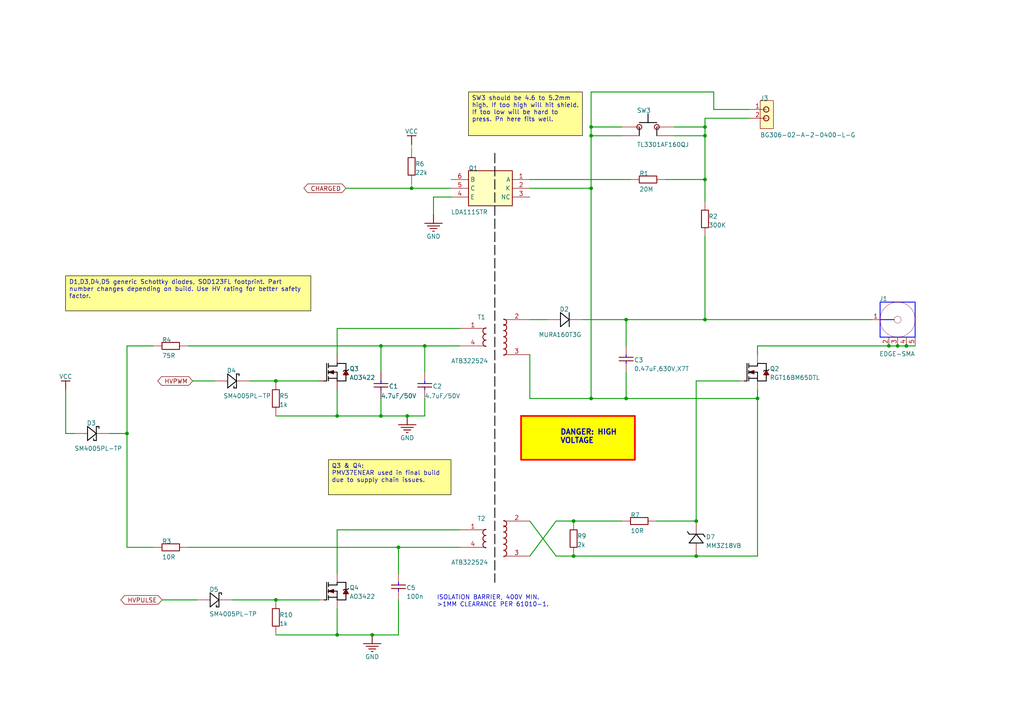
<source format=kicad_sch>
(kicad_sch (version 20230121) (generator eeschema)
  (paper "A4")
  (lib_symbols
    (symbol "chipshouter-pico-hv-altium-import:GND" (power)
      (property "Reference" "#PWR" (at 0 0 0))
      (property "Value" "GND" (at 0 6.35 0))
      (symbol "GND_0_0"
        (polyline (pts (xy -2.54 -2.54) (xy 2.54 -2.54)) (stroke (width 0.254)))
        (polyline (pts (xy -1.778 -3.302) (xy 1.778 -3.302)) (stroke (width 0.254)))
        (polyline (pts (xy -1.016 -4.064) (xy 1.016 -4.064)) (stroke (width 0.254)))
        (polyline (pts (xy -0.254 -4.826) (xy 0.254 -4.826)) (stroke (width 0.254)))
        (polyline (pts (xy 0 0) (xy 0 -2.54)) (stroke (width 0.254)))
        (pin power_in line (at 0 0 0) (length 0) hide (name "GND") (number ""))
      )
    )
    (symbol "chipshouter-pico-hv-altium-import:VCC" (power)
      (property "Reference" "#PWR" (at 0 0 0))
      (property "Value" "VCC" (at 0 3.81 0))
      (symbol "VCC_0_0"
        (polyline (pts (xy -1.27 -2.54) (xy 1.27 -2.54)) (stroke (width 0.254)))
        (polyline (pts (xy 0 0) (xy 0 -2.54)) (stroke (width 0.254)))
        (pin power_in line (at 0 0 0) (length 0) hide (name "VCC") (number ""))
      )
    )
    (symbol "chipshouter-pico-hv-altium-import:root_0_CAP"
      (symbol "root_0_CAP_1_0"
        (polyline (pts (xy -2.032 1.778) (xy 2.032 1.778)) (stroke (width 0.254)))
        (polyline (pts (xy 0 0) (xy 0 0.762)) (stroke (width 0.254) (color 0 0 255 1)))
        (polyline (pts (xy 0 2.54) (xy 0 1.778)) (stroke (width 0.254) (color 0 0 255 1)))
        (polyline (pts (xy 2.032 0.762) (xy -2.032 0.762)) (stroke (width 0.254)))
        (pin passive line (at 0 5.08 270) (length 2.54) (name "1") (number "1"))
        (pin passive line (at 0 -2.54 90) (length 2.54) (name "2") (number "2"))
      )
    )
    (symbol "chipshouter-pico-hv-altium-import:root_0_CON-SMA-PCBEDGE-003.062"
      (symbol "root_0_CON-SMA-PCBEDGE-003.062_1_0"
        (polyline (pts (xy 0 -5.08) (xy 4.064 -5.08)) (stroke (width 0.254) (color 0 0 255 1)))
        (polyline (pts (xy 0 -10.16) (xy 0 0) (xy 10.16 0) (xy 10.16 -10.16) (xy 0 -10.16)) (stroke (width 0.254) (color 0 0 255 1)))
        (circle (center 5.08 -5.08) (radius 1.016) (stroke (width 0.0001)))
        (circle (center 5.08 -5.08) (radius 5.08) (stroke (width 0.0001)))
        (pin input line (at -2.54 -5.08 0) (length 2.54) (name "Signal") (number "1"))
        (pin power_in line (at 2.54 -12.7 90) (length 2.54) (name "GND") (number "2"))
        (pin power_in line (at 5.08 -12.7 90) (length 2.54) (name "GND") (number "3"))
        (pin power_in line (at 7.62 -12.7 90) (length 2.54) (name "GND") (number "4"))
        (pin power_in line (at 10.16 -12.7 90) (length 2.54) (name "GND") (number "5"))
      )
    )
    (symbol "chipshouter-pico-hv-altium-import:root_0_CON2"
      (symbol "root_0_CON2_1_0"
        (circle (center 0 0) (radius 0.762) (stroke (width 0.254)))
        (circle (center 0 2.54) (radius 0.762) (stroke (width 0.254)))
        (rectangle (start 2.032 5.08) (end -1.778 -3.048) (fill (type background)))
        (pin passive line (at -5.08 2.54 0) (length 5.08) (name "1") (number "1"))
        (pin passive line (at -5.08 0 0) (length 5.08) (name "2") (number "2"))
      )
    )
    (symbol "chipshouter-pico-hv-altium-import:root_0_DIODE"
      (symbol "root_0_DIODE_1_0"
        (polyline (pts (xy -1.27 2.032) (xy -1.27 -2.032)) (stroke (width 0.254) (color 0 0 0 1)))
        (polyline (pts (xy 1.27 2.032) (xy 1.27 -2.032)) (stroke (width 0.254) (color 0 0 0 1)))
        (polyline (pts (xy -1.27 2.032) (xy 1.27 0) (xy -1.27 -2.032)) (stroke (width 0.254) (color 0 0 0 1)))
        (pin passive line (at -5.08 0 0) (length 3.81) (name "A") (number "A"))
        (pin passive line (at 5.08 0 180) (length 3.81) (name "K") (number "K"))
      )
    )
    (symbol "chipshouter-pico-hv-altium-import:root_0_DIODE_SCHOTTKY"
      (symbol "root_0_DIODE_SCHOTTKY_1_0"
        (polyline (pts (xy -1.27 2.032) (xy -1.27 -2.032)) (stroke (width 0.254) (color 0 0 0 1)))
        (polyline (pts (xy 0.508 -2.032) (xy 0.508 -1.524)) (stroke (width 0.254) (color 0 0 0 1)))
        (polyline (pts (xy 0.508 -2.032) (xy 1.27 -2.032)) (stroke (width 0.254) (color 0 0 0 1)))
        (polyline (pts (xy 1.27 2.032) (xy 1.27 -2.032)) (stroke (width 0.254) (color 0 0 0 1)))
        (polyline (pts (xy 2.032 2.032) (xy 1.27 2.032)) (stroke (width 0.254) (color 0 0 0 1)))
        (polyline (pts (xy 2.032 2.032) (xy 2.032 1.524)) (stroke (width 0.254) (color 0 0 0 1)))
        (polyline (pts (xy -1.27 2.032) (xy 1.27 0) (xy -1.27 -2.032)) (stroke (width 0.254) (color 0 0 0 1)))
        (pin passive line (at -5.08 0 0) (length 3.81) (name "A") (number "A"))
        (pin passive line (at 5.08 0 180) (length 3.81) (name "K") (number "K"))
      )
    )
    (symbol "chipshouter-pico-hv-altium-import:root_0_MOSFET_N_GSD"
      (symbol "root_0_MOSFET_N_GSD_1_0"
        (polyline (pts (xy -1.27 -2.54) (xy -0.508 -2.54)) (stroke (width 0.254) (color 0 0 0 1)))
        (polyline (pts (xy -0.508 2.54) (xy -0.508 -2.54)) (stroke (width 0.254) (color 0 0 0 1)))
        (polyline (pts (xy 0 -2.54) (xy 0 -1.27)) (stroke (width 0.254) (color 0 0 0 1)))
        (polyline (pts (xy 0 -0.508) (xy 0 0.508)) (stroke (width 0.254) (color 0 0 0 1)))
        (polyline (pts (xy 0 2.54) (xy 0 1.27)) (stroke (width 0.254) (color 0 0 0 1)))
        (polyline (pts (xy 2.54 -2.54) (xy 5.08 -2.54)) (stroke (width 0.254) (color 0 0 0 1)))
        (polyline (pts (xy 2.54 -1.778) (xy 0 -1.778)) (stroke (width 0.254) (color 0 0 0 1)))
        (polyline (pts (xy 2.54 0) (xy 0 0)) (stroke (width 0.254) (color 0 0 0 1)))
        (polyline (pts (xy 2.54 0) (xy 2.54 -2.54)) (stroke (width 0.254) (color 0 0 0 1)))
        (polyline (pts (xy 2.54 1.778) (xy 0 1.778)) (stroke (width 0.254) (color 0 0 0 1)))
        (polyline (pts (xy 2.54 1.778) (xy 2.54 2.54)) (stroke (width 0.254) (color 0 0 0 1)))
        (polyline (pts (xy 2.54 2.54) (xy 5.08 2.54)) (stroke (width 0.254) (color 0 0 0 1)))
        (polyline (pts (xy 5.08 -2.54) (xy 5.08 -0.762)) (stroke (width 0.254) (color 0 0 0 1)))
        (polyline (pts (xy 5.08 2.54) (xy 5.08 0.508)) (stroke (width 0.254) (color 0 0 0 1)))
        (polyline (pts (xy 0 0) (xy 1.524 -0.508) (xy 1.524 0.508) (xy 0 0)) (stroke (width 0.254)) (fill (type outline)))
        (polyline (pts (xy 5.08 0.508) (xy 4.318 -0.762) (xy 5.842 -0.762) (xy 5.08 0.508)) (stroke (width 0.254)) (fill (type outline)))
        (polyline (pts (xy 5.842 0.762) (xy 5.588 0.508) (xy 4.572 0.508) (xy 4.318 0.254)) (stroke (width 0.254) (color 0 0 0 1)))
        (pin passive line (at -2.54 -2.54 0) (length 1.27) (name "G") (number "1"))
        (pin passive line (at 2.54 -5.08 90) (length 2.54) (name "S") (number "2"))
        (pin passive line (at 2.54 5.08 270) (length 2.54) (name "D") (number "3"))
      )
    )
    (symbol "chipshouter-pico-hv-altium-import:root_0_RES-EU"
      (symbol "root_0_RES-EU_1_0"
        (rectangle (start 1.016 2.54) (end -1.016 -2.54) (stroke (width 0.254)))
        (pin passive line (at 0 5.08 270) (length 2.54) (name "1") (number "1"))
        (pin passive line (at 0 -5.08 90) (length 2.54) (name "2") (number "2"))
      )
    )
    (symbol "chipshouter-pico-hv-altium-import:root_0_SW_PB_NO_4PIN_TACT"
      (symbol "root_0_SW_PB_NO_4PIN_TACT_1_0"
        (circle (center -2.54 0) (radius 0.711) (stroke (width 0.254)))
        (polyline (pts (xy -2.54 0) (xy -2.54 -2.54)) (stroke (width 0.254) (color 0 0 0 1)))
        (polyline (pts (xy -2.54 1.27) (xy 2.54 1.27)) (stroke (width 0.254) (color 0 0 0 1)))
        (polyline (pts (xy 0 1.27) (xy 0 3.81)) (stroke (width 0.254) (color 0 0 0 1)))
        (polyline (pts (xy 2.54 0) (xy 2.54 -2.54)) (stroke (width 0.254) (color 0 0 0 1)))
        (circle (center 2.54 0) (radius 0.711) (stroke (width 0.254)))
        (pin passive line (at -7.62 0 0) (length 5.08) (name "IN") (number "1"))
        (pin passive line (at 7.62 0 180) (length 5.08) (name "IN") (number "2"))
        (pin passive line (at 7.62 -2.54 180) (length 5.08) (name "IN") (number "3"))
        (pin passive line (at -7.62 -2.54 0) (length 5.08) (name "IN") (number "4"))
      )
    )
    (symbol "chipshouter-pico-hv-altium-import:root_0_mirrored_LDA111STR"
      (symbol "root_0_mirrored_LDA111STR_1_0"
        (rectangle (start -5.08 2.54) (end -17.78 -7.62) (stroke (width 0.254)) (fill (type background)))
        (pin passive line (at 0 0 180) (length 5.08) (name "A") (number "1"))
        (pin passive line (at 0 -2.54 180) (length 5.08) (name "K") (number "2"))
        (pin passive line (at 0 -5.08 180) (length 5.08) (name "NC") (number "3"))
        (pin passive line (at -22.86 -5.08 0) (length 5.08) (name "E") (number "4"))
        (pin passive line (at -22.86 -2.54 0) (length 5.08) (name "C") (number "5"))
        (pin passive line (at -22.86 0 0) (length 5.08) (name "B") (number "6"))
      )
    )
    (symbol "chipshouter-pico-hv-altium-import:root_0_xformer_2_2_hv"
      (symbol "root_0_xformer_2_2_hv_1_0"
        (arc (start -0.0348 -0.8667) (mid -0.9119 -1.7689) (end -0.0529 -2.6885) (stroke (width 0.254)))
        (arc (start -0.0348 0.9113) (mid -0.9119 0.0091) (end -0.0529 -0.9105) (stroke (width 0.254)))
        (arc (start -0.0348 2.6893) (mid -0.9119 1.7871) (end -0.0529 0.8675) (stroke (width 0.254)))
        (arc (start 5.1148 -5.2293) (mid 5.9919 -4.3271) (end 5.1329 -3.4075) (stroke (width 0.254)))
        (arc (start 5.1148 -3.4513) (mid 5.9919 -2.5491) (end 5.1329 -1.6295) (stroke (width 0.254)))
        (arc (start 5.1148 -1.6733) (mid 5.9919 -0.7711) (end 5.1329 0.1485) (stroke (width 0.254)))
        (arc (start 5.1148 0.1047) (mid 5.9919 1.0069) (end 5.1329 1.9265) (stroke (width 0.254)))
        (arc (start 5.1148 1.8827) (mid 5.9919 2.7849) (end 5.1329 3.7045) (stroke (width 0.254)))
        (arc (start 5.1148 3.4067) (mid 5.9919 4.3089) (end 5.1329 5.2285) (stroke (width 0.254)))
        (pin passive line (at -7.62 2.54 0) (length 7.62) (name "1") (number "1"))
        (pin passive line (at 12.7 5.08 180) (length 7.62) (name "2") (number "2"))
        (pin passive line (at 12.7 -5.08 180) (length 7.62) (name "3") (number "3"))
        (pin passive line (at -7.62 -2.54 0) (length 7.62) (name "4") (number "4"))
      )
    )
    (symbol "chipshouter-pico-hv-altium-import:root_1_DIODE_ZENER"
      (symbol "root_1_DIODE_ZENER_1_0"
        (polyline (pts (xy -2.54 2.032) (xy -2.032 1.27)) (stroke (width 0.254) (color 0 0 0 1)))
        (polyline (pts (xy -2.032 -1.27) (xy 2.032 -1.27)) (stroke (width 0.254) (color 0 0 0 1)))
        (polyline (pts (xy -2.032 1.27) (xy 2.032 1.27)) (stroke (width 0.254) (color 0 0 0 1)))
        (polyline (pts (xy 2.54 0.508) (xy 2.032 1.27)) (stroke (width 0.254) (color 0 0 0 1)))
        (polyline (pts (xy -2.032 -1.27) (xy 0 1.27) (xy 2.032 -1.27)) (stroke (width 0.254) (color 0 0 0 1)))
        (pin passive line (at 0 -5.08 90) (length 3.81) (name "A") (number "A"))
        (pin passive line (at 0 5.08 270) (length 3.81) (name "K") (number "K"))
      )
    )
    (symbol "chipshouter-pico-hv-altium-import:root_1_RES-EU"
      (symbol "root_1_RES-EU_1_0"
        (rectangle (start 2.54 1.016) (end -2.54 -1.016) (stroke (width 0.254)))
        (pin passive line (at -5.08 0 0) (length 2.54) (name "1") (number "1"))
        (pin passive line (at 5.08 0 180) (length 2.54) (name "2") (number "2"))
      )
    )
  )
  (junction (at 115.57 158.75))
  (junction (at 171.45 54.61))
  (junction (at 110.49 120.65))
  (junction (at 107.95 184.15))
  (junction (at 257.81 100.33))
  (junction (at 204.47 52.07))
  (junction (at 171.45 115.57))
  (junction (at 166.37 151.13))
  (junction (at 204.47 92.71))
  (junction (at 110.49 100.33))
  (junction (at 80.01 173.99))
  (junction (at 97.79 184.15))
  (junction (at 119.38 54.61))
  (junction (at 166.37 161.29))
  (junction (at 123.19 100.33))
  (junction (at 171.45 36.83))
  (junction (at 181.61 92.71))
  (junction (at 36.83 125.73))
  (junction (at 219.71 115.57))
  (junction (at 204.47 39.37))
  (junction (at 204.47 36.83))
  (junction (at 260.35 100.33))
  (junction (at 201.93 151.13))
  (junction (at 118.11 120.65))
  (junction (at 181.61 115.57))
  (junction (at 80.01 110.49))
  (junction (at 97.79 120.65))
  (junction (at 201.93 161.29))
  (junction (at 171.45 39.37))
  (junction (at 262.89 100.33))
  (wire (pts (xy 260.35 100.33) (xy 257.81 100.33)) (stroke (width 0.254)))
  (wire (pts (xy 219.71 115.57) (xy 219.71 113.03)) (stroke (width 0.254)))
  (wire (pts (xy 204.47 36.83) (xy 204.47 39.37)) (stroke (width 0.254)))
  (wire (pts (xy 217.17 34.29) (xy 204.47 34.29)) (stroke (width 0.254)))
  (wire (pts (xy 168.91 92.71) (xy 181.61 92.71)) (stroke (width 0.254)))
  (wire (pts (xy 166.37 151.13) (xy 180.34 151.13)) (stroke (width 0.254)))
  (wire (pts (xy 19.05 125.73) (xy 19.05 113.03)) (stroke (width 0.254)))
  (wire (pts (xy 257.81 100.33) (xy 219.71 100.33)) (stroke (width 0.254)))
  (wire (pts (xy 181.61 92.71) (xy 181.61 100.33)) (stroke (width 0.254)))
  (wire (pts (xy 115.57 158.75) (xy 115.57 166.37)) (stroke (width 0.254)))
  (wire (pts (xy 153.67 102.87) (xy 153.67 115.57)) (stroke (width 0.254)))
  (wire (pts (xy 54.61 158.75) (xy 115.57 158.75)) (stroke (width 0.254)))
  (wire (pts (xy 219.71 161.29) (xy 219.71 115.57)) (stroke (width 0.254)))
  (wire (pts (xy 153.67 52.07) (xy 182.88 52.07)) (stroke (width 0.254)))
  (wire (pts (xy 201.93 151.13) (xy 201.93 110.49)) (stroke (width 0.254)))
  (wire (pts (xy 44.45 158.75) (xy 36.83 158.75)) (stroke (width 0.254)))
  (wire (pts (xy 171.45 36.83) (xy 171.45 39.37)) (stroke (width 0.254)))
  (wire (pts (xy 207.01 31.75) (xy 207.01 26.67)) (stroke (width 0.254)))
  (wire (pts (xy 204.47 39.37) (xy 204.47 52.07)) (stroke (width 0.254)))
  (wire (pts (xy 123.19 100.33) (xy 110.49 100.33)) (stroke (width 0.254)))
  (wire (pts (xy 110.49 100.33) (xy 110.49 107.95)) (stroke (width 0.254)))
  (wire (pts (xy 207.01 26.67) (xy 171.45 26.67)) (stroke (width 0.254)))
  (wire (pts (xy 62.23 110.49) (xy 55.88 110.49)) (stroke (width 0.254)))
  (wire (pts (xy 204.47 92.71) (xy 204.47 68.58)) (stroke (width 0.254)))
  (wire (pts (xy 123.19 100.33) (xy 123.19 107.95)) (stroke (width 0.254)))
  (wire (pts (xy 161.29 161.29) (xy 166.37 161.29)) (stroke (width 0.254)))
  (wire (pts (xy 262.89 100.33) (xy 260.35 100.33)) (stroke (width 0.254)))
  (wire (pts (xy 100.33 54.61) (xy 119.38 54.61)) (stroke (width 0.254)))
  (wire (pts (xy 119.38 41.91) (xy 119.38 43.18)))
  (wire (pts (xy 181.61 92.71) (xy 204.47 92.71)) (stroke (width 0.254)))
  (wire (pts (xy 130.81 57.15) (xy 125.73 57.15)) (stroke (width 0.254)))
  (wire (pts (xy 180.34 39.37) (xy 171.45 39.37)) (stroke (width 0.254)))
  (wire (pts (xy 153.67 151.13) (xy 161.29 161.29)) (stroke (width 0.254)))
  (wire (pts (xy 97.79 120.65) (xy 97.79 113.03)) (stroke (width 0.254)))
  (wire (pts (xy 171.45 39.37) (xy 171.45 54.61)) (stroke (width 0.254)))
  (wire (pts (xy 133.35 153.67) (xy 97.79 153.67)) (stroke (width 0.254)))
  (wire (pts (xy 97.79 184.15) (xy 107.95 184.15)) (stroke (width 0.254)))
  (wire (pts (xy 171.45 115.57) (xy 181.61 115.57)) (stroke (width 0.254)))
  (wire (pts (xy 57.15 173.99) (xy 46.99 173.99)) (stroke (width 0.254)))
  (wire (pts (xy 80.01 110.49) (xy 92.71 110.49)) (stroke (width 0.254)))
  (wire (pts (xy 21.59 125.73) (xy 19.05 125.73)) (stroke (width 0.254)))
  (wire (pts (xy 97.79 153.67) (xy 97.79 166.37)) (stroke (width 0.254)))
  (wire (pts (xy 97.79 95.25) (xy 97.79 102.87)) (stroke (width 0.254)))
  (wire (pts (xy 153.67 92.71) (xy 158.75 92.71)) (stroke (width 0.254)))
  (wire (pts (xy 119.38 54.61) (xy 130.81 54.61)) (stroke (width 0.254)))
  (wire (pts (xy 115.57 184.15) (xy 115.57 173.99)) (stroke (width 0.254)))
  (wire (pts (xy 217.17 31.75) (xy 207.01 31.75)) (stroke (width 0.254)))
  (wire (pts (xy 204.47 34.29) (xy 204.47 36.83)) (stroke (width 0.254)))
  (wire (pts (xy 125.73 57.15) (xy 125.73 62.23)) (stroke (width 0.254)))
  (polyline (pts (xy 143.51 44.45) (xy 143.51 168.91)) (stroke (width 0.254) (type dash) (color 0 0 0 1)))
  (wire (pts (xy 201.93 161.29) (xy 219.71 161.29)) (stroke (width 0.254)))
  (wire (pts (xy 92.71 173.99) (xy 80.01 173.99)) (stroke (width 0.254)))
  (wire (pts (xy 80.01 184.15) (xy 97.79 184.15)) (stroke (width 0.254)))
  (wire (pts (xy 171.45 26.67) (xy 171.45 36.83)) (stroke (width 0.254)))
  (wire (pts (xy 133.35 100.33) (xy 123.19 100.33)) (stroke (width 0.254)))
  (wire (pts (xy 180.34 36.83) (xy 171.45 36.83)) (stroke (width 0.254)))
  (wire (pts (xy 118.11 120.65) (xy 110.49 120.65)) (stroke (width 0.254)))
  (wire (pts (xy 166.37 161.29) (xy 201.93 161.29)) (stroke (width 0.254)))
  (wire (pts (xy 181.61 115.57) (xy 181.61 107.95)) (stroke (width 0.254)))
  (wire (pts (xy 193.04 52.07) (xy 204.47 52.07)) (stroke (width 0.254)))
  (wire (pts (xy 97.79 120.65) (xy 110.49 120.65)) (stroke (width 0.254)))
  (wire (pts (xy 201.93 110.49) (xy 214.63 110.49)) (stroke (width 0.254)))
  (wire (pts (xy 107.95 184.15) (xy 115.57 184.15)) (stroke (width 0.254)))
  (wire (pts (xy 36.83 100.33) (xy 44.45 100.33)) (stroke (width 0.254)))
  (wire (pts (xy 204.47 92.71) (xy 252.73 92.71)) (stroke (width 0.254)))
  (wire (pts (xy 181.61 115.57) (xy 219.71 115.57)) (stroke (width 0.254)))
  (wire (pts (xy 110.49 120.65) (xy 110.49 115.57)) (stroke (width 0.254)))
  (wire (pts (xy 119.38 53.34) (xy 119.38 54.61)))
  (wire (pts (xy 97.79 184.15) (xy 97.79 176.53)) (stroke (width 0.254)))
  (wire (pts (xy 80.01 120.65) (xy 97.79 120.65)) (stroke (width 0.254)))
  (wire (pts (xy 195.58 36.83) (xy 204.47 36.83)) (stroke (width 0.254)))
  (wire (pts (xy 72.39 110.49) (xy 80.01 110.49)) (stroke (width 0.254)))
  (wire (pts (xy 153.67 54.61) (xy 171.45 54.61)) (stroke (width 0.254)))
  (wire (pts (xy 265.43 100.33) (xy 262.89 100.33)) (stroke (width 0.254)))
  (wire (pts (xy 161.29 151.13) (xy 166.37 151.13)) (stroke (width 0.254)))
  (wire (pts (xy 80.01 173.99) (xy 67.31 173.99)) (stroke (width 0.254)))
  (wire (pts (xy 36.83 125.73) (xy 36.83 100.33)) (stroke (width 0.254)))
  (wire (pts (xy 204.47 52.07) (xy 204.47 58.42)) (stroke (width 0.254)))
  (wire (pts (xy 195.58 39.37) (xy 204.47 39.37)) (stroke (width 0.254)))
  (wire (pts (xy 110.49 100.33) (xy 54.61 100.33)) (stroke (width 0.254)))
  (wire (pts (xy 36.83 125.73) (xy 31.75 125.73)) (stroke (width 0.254)))
  (wire (pts (xy 133.35 95.25) (xy 97.79 95.25)) (stroke (width 0.254)))
  (wire (pts (xy 171.45 54.61) (xy 171.45 115.57)) (stroke (width 0.254)))
  (wire (pts (xy 190.5 151.13) (xy 201.93 151.13)) (stroke (width 0.254)))
  (wire (pts (xy 219.71 100.33) (xy 219.71 102.87)) (stroke (width 0.254)))
  (wire (pts (xy 123.19 120.65) (xy 118.11 120.65)) (stroke (width 0.254)))
  (wire (pts (xy 36.83 158.75) (xy 36.83 125.73)) (stroke (width 0.254)))
  (wire (pts (xy 123.19 115.57) (xy 123.19 120.65)) (stroke (width 0.254)))
  (wire (pts (xy 115.57 158.75) (xy 133.35 158.75)) (stroke (width 0.254)))
  (wire (pts (xy 153.67 161.29) (xy 161.29 151.13)) (stroke (width 0.254)))
  (wire (pts (xy 153.67 115.57) (xy 171.45 115.57)) (stroke (width 0.254)))
  (rectangle (start 184.15 120.65) (end 151.13 133.35) (stroke (width 0.508) (color 255 0 0 1)) (fill (type color) (color 255 255 0 1)))
  (image (at 156.464 126.981) (scale 0.113903))
  (text_box "Q3 & Q4:\nPMV37ENEAR used in final build due to supply chain issues." (at 130.81 133.35 0) (size -35.56 10.16) (stroke (width 0) (color 0 0 0 1)) (fill (type color) (color 255 255 150 1)) (effects (font (size 1.27 1.27)) (justify left top)))
  (text_box "D1,D3,D4,D5 generic Schottky diodes, SOD123FL footprint. Part number changes depending on build. Use HV rating for better safety factor." (at 90.17 80.01 0) (size -71.12 10.16) (stroke (width 0) (color 0 0 0 1)) (fill (type color) (color 255 255 150 1)) (effects (font (size 1.27 1.27)) (justify left top)))
  (text_box "SW3 should be 4.6 to 5.2mm high. If too high will hit shield. If too low will be hard to press. Pn here fits well." (at 168.91 26.67 0) (size -33.02 12.7) (stroke (width 0) (color 0 0 0 1)) (fill (type color) (color 255 255 150 1)) (effects (font (size 1.27 1.27)) (justify left top)))
  (text_box "ISOLATION BARRIER, 400V MIN.\n>1MM CLEARANCE PER 61010-1." (at 125.73 171.45 0) (size 35.56 5.08) (stroke (width -0.0001) (color 0 0 0 1)) (fill (type color) (color 255 255 255 1)) (effects (font (size 1.27 1.27)) (justify left top)))
  (text_box "DANGER: HIGH\nVOLTAGE" (at 189.23 123.19 0) (size -27.94 7.62) (stroke (width -0.0001) (color 0 0 0 1)) (fill (type color) (color 255 255 255 1)) (effects (font (size 1.524 1.524) bold) (justify left top)))
  (global_label "CHARGED" (shape bidirectional) (at 100.33 54.61 180) (property "Intersheetrefs" "${INTERSHEET_REFS}" (effects hide)))
  (global_label "HVPWM" (shape bidirectional) (at 55.88 110.49 180) (property "Intersheetrefs" "${INTERSHEET_REFS}" (effects hide)))
  (global_label "HVPULSE" (shape bidirectional) (at 46.99 173.99 180) (property "Intersheetrefs" "${INTERSHEET_REFS}" (effects hide)))
  (symbol (lib_id "chipshouter-pico-hv-altium-import:root_0_SW_PB_NO_4PIN_TACT") (at 187.96 36.83 0) (unit 1)
    (property "Reference" "SW3" (at 184.709 32.766 0) (effects (justify left bottom)))
    (property "Value" "TL3301AF160QJ" (at 184.709 42.672 0) (effects (justify left bottom)))
    (property "Footprint" "CK_KSC7J" (effects hide))
    (property "PART NUMBER" "TACTSW-KSC741J" (effects hide))
    (property "COMPONENT GROUP" "Switch" (effects hide))
    (property "FOOTPRINT" "CK_KSC7J" (effects hide))
    (property "MANUFACTURE 1" "E-Switch" (effects hide))
    (property "MANUFACTURE PART NUMBER 1" "TL3301AF160QJ" (effects hide))
    (property "PIN COUNT" "4" (effects hide))
    (property "SUPPLIER 1" "Digi-Key" (effects hide))
    (property "SUPPLIER PART NUMBER 1" "CKN10309CT-ND" (effects hide))
    (property "MOUNTING TECHNOLOGY" "SMT" (effects hide))
    (property "ROHS" "Yes" (effects hide))
    (property "COMPONENT KIND" "Standard" (effects hide))
    (property "COMPONENT TYPE" "Standard" (effects hide))
    (property "PP MATERIAL STACK" "0" (effects hide))
    (property "PP ROTATION" "0" (effects hide))
  )
  (symbol (lib_id "chipshouter-pico-hv-altium-import:root_0_DIODE_SCHOTTKY") (at 67.31 110.49 0) (unit 1)
    (property "Reference" "D4" (at 65.786 108.204 0) (effects (justify left bottom)))
    (property "Value" "SM4005PL-TP" (at 64.77 115.57 0) (effects (justify left bottom)))
    (property "Footprint" "DSS13UTR" (effects hide))
    (property "PART NUMBER" "DSS13UTR" (effects hide))
    (property "COMPONENT GROUP" "Diode" (effects hide))
    (property "FOOTPRINT" "DSS13UTR" (effects hide))
    (property "MANUFACTURE 1" "MCC" (effects hide))
    (property "MANUFACTURE PART NUMBER 1" "SM4005PL-TP" (effects hide))
    (property "PIN COUNT" "2" (effects hide))
    (property "SUPPLIER 1" "Digi-Key" (effects hide))
    (property "SUPPLIER PART NUMBER 1" "1655-1926-1-ND" (effects hide))
    (property "MOUNTING TECHNOLOGY" "SMT" (effects hide))
    (property "ROHS" "Yes" (effects hide))
    (property "COMPONENT KIND" "Standard" (effects hide))
    (property "COMPONENT TYPE" "Standard" (effects hide))
    (property "PP MATERIAL STACK" "0" (effects hide))
    (property "PP ROTATION" "0" (effects hide))
  )
  (symbol (lib_id "chipshouter-pico-hv-altium-import:root_0_MOSFET_N_GSD") (at 95.25 171.45 0) (unit 1)
    (property "Reference" "Q4" (at 101.346 171.196 0) (effects (justify left bottom)))
    (property "Value" "AO3422" (at 101.346 173.736 0) (effects (justify left bottom)))
    (property "Footprint" "SOT95P245X110-3M" (effects hide))
    (property "PART NUMBER" "DMN3200U-7" (effects hide))
    (property "COMPONENT GROUP" "MOSFET" (effects hide))
    (property "FOOTPRINT" "SOT23" (effects hide))
    (property "MANUFACTURE 1" "Diodes Inc." (effects hide))
    (property "MANUFACTURE PART NUMBER 1" "DMN3200U-7" (effects hide))
    (property "PIN COUNT" "3" (effects hide))
    (property "SUPPLIER 1" "Digi-Key" (effects hide))
    (property "SUPPLIER PART NUMBER 1" "DMN3200U-7DICT-ND" (effects hide))
    (property "RATED POWER" "3A" (effects hide))
    (property "RATED VOLTAGE" "30V" (effects hide))
    (property "MOUNTING TECHNOLOGY" "SMT" (effects hide))
    (property "ROHS" "Yes" (effects hide))
    (property "COMPONENT KIND" "Standard" (effects hide))
    (property "COMPONENT TYPE" "Standard" (effects hide))
    (property "PP MATERIAL STACK" "0" (effects hide))
    (property "PP ROTATION" "0" (effects hide))
  )
  (symbol (lib_id "chipshouter-pico-hv-altium-import:root_0_CON2") (at 222.25 34.29 0) (unit 1)
    (property "Reference" "J3" (at 220.472 29.21 0) (effects (justify left bottom)))
    (property "Value" "BG306-02-A-2-0400-L-G" (at 220.472 39.878 0) (effects (justify left bottom)))
    (property "Footprint" "BG306-R2-2PIN" (effects hide))
    (property "PART NUMBER" "BG306-02-A-2-0400-L-G" (effects hide))
    (property "COMPONENT GROUP" "Connector" (effects hide))
    (property "FOOTPRINT" "BG306-R2" (effects hide))
    (property "MANUFACTURE 1" "GCT" (effects hide))
    (property "MANUFACTURE PART NUMBER 1" "BG306-02-A-2-0400-L-G" (effects hide))
    (property "PIN COUNT" "2" (effects hide))
    (property "SUPPLIER 1" "Digi-Key" (effects hide))
    (property "COMPONENT KIND" "Standard" (effects hide))
    (property "COMPONENT TYPE" "Standard" (effects hide))
    (property "PP MATERIAL STACK" "0" (effects hide))
    (property "PP ROTATION" "0" (effects hide))
    (property "PP ROTATION1" "0" (effects hide))
  )
  (symbol (lib_id "chipshouter-pico-hv-altium-import:root_0_DIODE") (at 163.83 92.71 0) (unit 1)
    (property "Reference" "D2" (at 162.306 90.424 0) (effects (justify left bottom)))
    (property "Value" "MURA160T3G" (at 156.21 97.79 0) (effects (justify left bottom)))
    (property "Footprint" "DO-214AC" (effects hide))
    (property "PART NUMBER" "MURA160T3G" (effects hide))
    (property "COMPONENT GROUP" "Diode" (effects hide))
    (property "FOOTPRINT" "SMA" (effects hide))
    (property "MANUFACTURE 1" "On Semi" (effects hide))
    (property "MANUFACTURE PART NUMBER 1" "MURA160T3G" (effects hide))
    (property "PIN COUNT" "2" (effects hide))
    (property "SUPPLIER 1" "Digi-Key" (effects hide))
    (property "SUPPLIER PART NUMBER 1" "MURA160T3GOSCT-ND" (effects hide))
    (property "RATED POWER" "2A" (effects hide))
    (property "RATED VOLTAGE" "600V" (effects hide))
    (property "MOUNTING TECHNOLOGY" "SMT" (effects hide))
    (property "ROHS" "Yes" (effects hide))
    (property "TEMPERATURE RANGE" "-65C to 175C" (effects hide))
    (property "COMPONENT KIND" "Standard" (effects hide))
    (property "COMPONENT TYPE" "Standard" (effects hide))
  )
  (symbol (lib_id "chipshouter-pico-hv-altium-import:GND") (at 118.11 120.65 0) (unit 1)
    (property "Reference" "#PWR0101" (effects hide))
    (property "Value" "GND" (at 118.11 127 0))
    (instances (project "picoemp_kicad" (path "" (reference "#PWR0101") (unit 1)) (path "" (reference "#PWR04") (unit 1))))
  )
  (symbol (lib_id "chipshouter-pico-hv-altium-import:root_1_RES-EU") (at 187.96 52.07 0) (unit 1)
    (property "Reference" "R1" (at 185.42 51.054 0) (effects (justify left bottom)))
    (property "Value" "${ALTIUM_VALUE}" (at 185.42 55.626 0) (effects (justify left bottom)))
    (property "Footprint" "RESC5025X06N" (effects hide))
    (property "PART NUMBER" "RCHIP-20M-2010" (effects hide))
    (property "COMPONENT GROUP" "Resistor" (effects hide))
    (property "FOOTPRINT" "2010" (effects hide))
    (property "MANUFACTURE 1" "Vishay" (effects hide))
    (property "MANUFACTURE PART NUMBER 1" "CRMA2010AF20M0FKEF" (effects hide))
    (property "PIN COUNT" "2" (effects hide))
    (property "SUPPLIER 1" "Digi-Key" (effects hide))
    (property "ALTIUM_VALUE" "20M" (effects hide))
    (property "CASE-EIA" "2010" (effects hide))
    (property "CASE-METRIC" "5025" (effects hide))
    (property "RATED POWER" "0.5W" (effects hide))
    (property "RATED VOLTAGE" "400VDC" (effects hide))
    (property "TOLERANCE" "1%" (effects hide))
    (property "MOUNTING TECHNOLOGY" "SMT" (effects hide))
    (property "TEMPERATURE RANGE" "-55C to 155C" (effects hide))
    (property "COMPONENT KIND" "Standard" (effects hide))
    (property "COMPONENT TYPE" "Standard" (effects hide))
  )
  (symbol (lib_id "chipshouter-pico-hv-altium-import:root_1_RES-EU") (at 49.53 100.33 0) (unit 1)
    (property "Reference" "R4" (at 46.99 99.314 0) (effects (justify left bottom)))
    (property "Value" "75R" (at 46.99 103.886 0) (effects (justify left bottom)))
    (property "Footprint" "RESC2012X70N" (effects hide))
    (property "PART NUMBER" "RCHIP-75R-0805" (effects hide))
    (property "COMPONENT GROUP" "Resistor" (effects hide))
    (property "FOOTPRINT" "0805" (effects hide))
    (property "MANUFACTURE 1" "Yageo" (effects hide))
    (property "MANUFACTURE PART NUMBER 1" "RC0805FR-0775RL" (effects hide))
    (property "PIN COUNT" "2" (effects hide))
    (property "SUPPLIER 1" "Digi-Key" (effects hide))
    (property "SUPPLIER PART NUMBER 1" "311-75.0CRCT-ND" (effects hide))
    (property "ALTIUM_VALUE" "75R" (effects hide))
    (property "CASE-EIA" "0805" (effects hide))
    (property "RATED POWER" "0.125W" (effects hide))
    (property "RATED VOLTAGE" "75VDC" (effects hide))
    (property "TOLERANCE" "1%" (effects hide))
    (property "MOUNTING TECHNOLOGY" "SMT" (effects hide))
    (property "TEMPERATURE RANGE" "-55C to 155C" (effects hide))
    (property "COMPONENT KIND" "Standard" (effects hide))
    (property "COMPONENT TYPE" "Standard" (effects hide))
  )
  (symbol (lib_id "chipshouter-pico-hv-altium-import:root_0_xformer_2_2_hv") (at 140.97 97.79 0) (unit 1)
    (property "Reference" "T1" (at 138.43 92.71 0) (effects (justify left bottom)))
    (property "Value" "ATB322524" (at 130.81 105.41 0) (effects (justify left bottom)))
    (property "Footprint" "ATB322524_CHUNKY" (effects hide))
    (property "PART NUMBER" "ATB322524_PROTO" (effects hide))
    (property "COMPONENT GROUP" "Inductor" (effects hide))
    (property "FOOTPRINT" "ATB322524" (effects hide))
    (property "MANUFACTURE 1" "TDK" (effects hide))
    (property "MANUFACTURE PART NUMBER 1" "ATB322524" (effects hide))
    (property "PIN COUNT" "4" (effects hide))
    (property "SUPPLIER 1" "Mouser" (effects hide))
    (property "MOUNTING TECHNOLOGY" "SMT" (effects hide))
    (property "ROHS" "Yes" (effects hide))
    (property "COMPONENT KIND" "Standard" (effects hide))
    (property "COMPONENT TYPE" "Standard" (effects hide))
  )
  (symbol (lib_id "chipshouter-pico-hv-altium-import:GND") (at 125.73 62.23 0) (unit 1)
    (property "Reference" "#PWR0105" (effects hide))
    (property "Value" "GND" (at 125.73 68.58 0))
    (instances (project "picoemp_kicad" (path "" (reference "#PWR0105") (unit 1)) (path "" (reference "#PWR05") (unit 1))))
  )
  (symbol (lib_id "chipshouter-pico-hv-altium-import:root_0_CAP") (at 110.49 113.03 0) (unit 1)
    (property "Reference" "C1" (at 112.776 112.776 0) (effects (justify left bottom)))
    (property "Value" "4.7uF/50V" (at 110.49 115.57 0) (effects (justify left bottom)))
    (property "Footprint" "CAPC0805_M" (effects hide))
    (property "PART NUMBER" "CCHIP-4u7-0805-50V" (effects hide))
    (property "COMPONENT GROUP" "Capacitor" (effects hide))
    (property "FOOTPRINT" "0805" (effects hide))
    (property "MANUFACTURE 1" "TDK Corporation" (effects hide))
    (property "MANUFACTURE PART NUMBER 1" "C2012X5R1H475K125AB" (effects hide))
    (property "PIN COUNT" "2" (effects hide))
    (property "SUPPLIER 1" "Digi-Key" (effects hide))
    (property "SUPPLIER PART NUMBER 1" "445-5980-1-ND" (effects hide))
    (property "ALTIUM_VALUE" "4.7uF" (effects hide))
    (property "CASE-EIA" "0805" (effects hide))
    (property "CASE-METRIC" "1608" (effects hide))
    (property "RATED VOLTAGE" "50VDC" (effects hide))
    (property "TOLERANCE" "10%" (effects hide))
    (property "MOUNTING TECHNOLOGY" "SMT" (effects hide))
    (property "ROHS" "Yes" (effects hide))
    (property "TEMPERATURE RANGE" "-55C to 85C" (effects hide))
    (property "COMPONENT KIND" "Standard" (effects hide))
    (property "COMPONENT TYPE" "Standard" (effects hide))
  )
  (symbol (lib_id "chipshouter-pico-hv-altium-import:VCC") (at 119.38 41.91 180) (unit 1)
    (property "Reference" "#PWR0104" (effects hide))
    (property "Value" "VCC" (at 119.38 38.1 0))
    (instances (project "picoemp_kicad" (path "" (reference "#PWR0104") (unit 1)) (path "" (reference "#PWR02") (unit 1))))
  )
  (symbol (lib_id "chipshouter-pico-hv-altium-import:root_0_DIODE_SCHOTTKY") (at 26.67 125.73 0) (unit 1)
    (property "Reference" "D3" (at 25.146 123.444 0) (effects (justify left bottom)))
    (property "Value" "SM4005PL-TP" (at 21.59 130.81 0) (effects (justify left bottom)))
    (property "Footprint" "DSS13UTR" (effects hide))
    (property "PART NUMBER" "DSS13UTR" (effects hide))
    (property "COMPONENT GROUP" "Diode" (effects hide))
    (property "FOOTPRINT" "DSS13UTR" (effects hide))
    (property "MANUFACTURE 1" "MCC" (effects hide))
    (property "MANUFACTURE PART NUMBER 1" "SM4005PL-TP" (effects hide))
    (property "PIN COUNT" "2" (effects hide))
    (property "SUPPLIER 1" "Digi-Key" (effects hide))
    (property "SUPPLIER PART NUMBER 1" "1655-1926-1-ND" (effects hide))
    (property "MOUNTING TECHNOLOGY" "SMT" (effects hide))
    (property "ROHS" "Yes" (effects hide))
    (property "COMPONENT KIND" "Standard" (effects hide))
    (property "COMPONENT TYPE" "Standard" (effects hide))
    (property "PP MATERIAL STACK" "0" (effects hide))
    (property "PP ROTATION" "0" (effects hide))
  )
  (symbol (lib_id "chipshouter-pico-hv-altium-import:root_1_RES-EU") (at 49.53 158.75 0) (unit 1)
    (property "Reference" "R3" (at 46.99 157.734 0) (effects (justify left bottom)))
    (property "Value" "${ALTIUM_VALUE}" (at 46.99 162.306 0) (effects (justify left bottom)))
    (property "Footprint" "RESC1608X55N" (effects hide))
    (property "PART NUMBER" "RCHIP-10R-0603" (effects hide))
    (property "COMPONENT GROUP" "Resistor" (effects hide))
    (property "FOOTPRINT" "0603" (effects hide))
    (property "MANUFACTURE 1" "Yageo" (effects hide))
    (property "MANUFACTURE PART NUMBER 1" "RC0603FR-0710RL" (effects hide))
    (property "PIN COUNT" "2" (effects hide))
    (property "SUPPLIER 1" "Digi-Key" (effects hide))
    (property "SUPPLIER PART NUMBER 1" "311-10.0HRCT-ND" (effects hide))
    (property "ALTIUM_VALUE" "10R" (effects hide))
    (property "CASE-EIA" "0603" (effects hide))
    (property "CASE-METRIC" "1608" (effects hide))
    (property "RATED POWER" "0.1W" (effects hide))
    (property "RATED VOLTAGE" "75VDC" (effects hide))
    (property "TOLERANCE" "1%" (effects hide))
    (property "MOUNTING TECHNOLOGY" "SMT" (effects hide))
    (property "TEMPERATURE RANGE" "-55C to 155C" (effects hide))
    (property "COMPONENT KIND" "Standard" (effects hide))
    (property "COMPONENT TYPE" "Standard" (effects hide))
  )
  (symbol (lib_id "chipshouter-pico-hv-altium-import:root_0_xformer_2_2_hv") (at 140.97 156.21 0) (unit 1)
    (property "Reference" "T2" (at 138.43 151.13 0) (effects (justify left bottom)))
    (property "Value" "ATB322524" (at 130.81 163.83 0) (effects (justify left bottom)))
    (property "Footprint" "ATB322524_CHUNKY" (effects hide))
    (property "PART NUMBER" "ATB322524_PROTO" (effects hide))
    (property "COMPONENT GROUP" "Inductor" (effects hide))
    (property "FOOTPRINT" "ATB322524" (effects hide))
    (property "MANUFACTURE 1" "TDK" (effects hide))
    (property "MANUFACTURE PART NUMBER 1" "ATB322524" (effects hide))
    (property "PIN COUNT" "4" (effects hide))
    (property "SUPPLIER 1" "Mouser" (effects hide))
    (property "MOUNTING TECHNOLOGY" "SMT" (effects hide))
    (property "ROHS" "Yes" (effects hide))
    (property "COMPONENT KIND" "Standard" (effects hide))
    (property "COMPONENT TYPE" "Standard" (effects hide))
  )
  (symbol (lib_id "chipshouter-pico-hv-altium-import:root_1_DIODE_ZENER") (at 201.93 156.21 0) (unit 1)
    (property "Reference" "D7" (at 204.724 156.464 0) (effects (justify left bottom)))
    (property "Value" "MM3Z18VB" (at 204.724 159.004 0) (effects (justify left bottom)))
    (property "Footprint" "SOD323" (effects hide))
    (property "PART NUMBER" "MM3Z18VB" (effects hide))
    (property "COMPONENT GROUP" "Diode" (effects hide))
    (property "FOOTPRINT" "SOD323" (effects hide))
    (property "MANUFACTURE 1" "On Semiconductor" (effects hide))
    (property "MANUFACTURE PART NUMBER 1" "MM3Z18VB" (effects hide))
    (property "PIN COUNT" "2" (effects hide))
    (property "SUPPLIER 1" "Digi-Key" (effects hide))
    (property "SUPPLIER PART NUMBER 2" "771-PDZ10B115" (effects hide))
    (property "SUPPLIER 2" "Mouser" (effects hide))
    (property "RATED POWER" "0.4W" (effects hide))
    (property "RATED VOLTAGE" "10V" (effects hide))
    (property "TOLERANCE" "2%" (effects hide))
    (property "MOUNTING TECHNOLOGY" "SMT" (effects hide))
    (property "ROHS" "Yes" (effects hide))
    (property "COMPONENT KIND" "Standard" (effects hide))
    (property "COMPONENT TYPE" "Standard" (effects hide))
    (property "PP MATERIAL STACK" "0" (effects hide))
    (property "PP ROTATION" "0" (effects hide))
  )
  (symbol (lib_id "chipshouter-pico-hv-altium-import:root_0_CAP") (at 115.57 171.45 0) (unit 1)
    (property "Reference" "C5" (at 117.856 171.196 0) (effects (justify left bottom)))
    (property "Value" "${ALTIUM_VALUE}" (at 117.856 173.736 0) (effects (justify left bottom)))
    (property "Footprint" "CAPC0603_M" (effects hide))
    (property "PART NUMBER" "CCHIP-100n-0603" (effects hide))
    (property "COMPONENT GROUP" "Capacitor" (effects hide))
    (property "FOOTPRINT" "0603" (effects hide))
    (property "MANUFACTURE 1" "Kemet" (effects hide))
    (property "MANUFACTURE PART NUMBER 1" "C0603C104K5RACTU" (effects hide))
    (property "PIN COUNT" "2" (effects hide))
    (property "SUPPLIER 1" "Digi-Key" (effects hide))
    (property "SUPPLIER PART NUMBER 1" "399-5089-2-ND" (effects hide))
    (property "ALTIUM_VALUE" "100n" (effects hide))
    (property "CASE-EIA" "0603" (effects hide))
    (property "CASE-METRIC" "1608" (effects hide))
    (property "RATED VOLTAGE" "50VDC" (effects hide))
    (property "MOUNTING TECHNOLOGY" "SMT" (effects hide))
    (property "COMPONENT KIND" "Standard" (effects hide))
    (property "COMPONENT TYPE" "Standard" (effects hide))
  )
  (symbol (lib_id "chipshouter-pico-hv-altium-import:root_0_RES-EU") (at 80.01 179.07 0) (unit 1)
    (property "Reference" "R10" (at 81.026 179.07 0) (effects (justify left bottom)))
    (property "Value" "${ALTIUM_VALUE}" (at 81.026 181.61 0) (effects (justify left bottom)))
    (property "Footprint" "RESC1608X55N" (effects hide))
    (property "PART NUMBER" "RCHIP-1K-0603" (effects hide))
    (property "COMPONENT GROUP" "Resistor" (effects hide))
    (property "FOOTPRINT" "0603" (effects hide))
    (property "MANUFACTURE 1" "Yageo" (effects hide))
    (property "MANUFACTURE PART NUMBER 1" "RC0603FR-071KL" (effects hide))
    (property "PIN COUNT" "2" (effects hide))
    (property "SUPPLIER 1" "Digi-Key" (effects hide))
    (property "SUPPLIER PART NUMBER 1" "311-1.00KHRCT-ND" (effects hide))
    (property "ALTIUM_VALUE" "1k" (effects hide))
    (property "CASE-EIA" "0603" (effects hide))
    (property "CASE-METRIC" "1608" (effects hide))
    (property "RATED POWER" "0.1W" (effects hide))
    (property "RATED VOLTAGE" "75VDC" (effects hide))
    (property "TOLERANCE" "1%" (effects hide))
    (property "MOUNTING TECHNOLOGY" "SMT" (effects hide))
    (property "TEMPERATURE RANGE" "-55C to 155C" (effects hide))
    (property "COMPONENT KIND" "Standard" (effects hide))
    (property "COMPONENT TYPE" "Standard" (effects hide))
  )
  (symbol (lib_id "chipshouter-pico-hv-altium-import:root_0_RES-EU") (at 166.37 156.21 0) (unit 1)
    (property "Reference" "R9" (at 167.386 156.21 0) (effects (justify left bottom)))
    (property "Value" "2k" (at 167.386 158.75 0) (effects (justify left bottom)))
    (property "Footprint" "RESC2012X70N" (effects hide))
    (property "PART NUMBER" "RCHIP-75R-0805" (effects hide))
    (property "COMPONENT GROUP" "Resistor" (effects hide))
    (property "FOOTPRINT" "0805" (effects hide))
    (property "MANUFACTURE 1" "Yageo" (effects hide))
    (property "MANUFACTURE PART NUMBER 1" "RC0805FR-0775RL" (effects hide))
    (property "PIN COUNT" "2" (effects hide))
    (property "SUPPLIER 1" "Digi-Key" (effects hide))
    (property "SUPPLIER PART NUMBER 1" "311-75.0CRCT-ND" (effects hide))
    (property "ALTIUM_VALUE" "75R" (effects hide))
    (property "CASE-EIA" "0805" (effects hide))
    (property "RATED POWER" "0.125W" (effects hide))
    (property "RATED VOLTAGE" "75VDC" (effects hide))
    (property "TOLERANCE" "1%" (effects hide))
    (property "MOUNTING TECHNOLOGY" "SMT" (effects hide))
    (property "TEMPERATURE RANGE" "-55C to 155C" (effects hide))
    (property "COMPONENT KIND" "Standard" (effects hide))
    (property "COMPONENT TYPE" "Standard" (effects hide))
  )
  (symbol (lib_id "chipshouter-pico-hv-altium-import:root_0_MOSFET_N_GSD") (at 95.25 107.95 0) (unit 1)
    (property "Reference" "Q3" (at 101.346 107.696 0) (effects (justify left bottom)))
    (property "Value" "AO3422" (at 101.346 110.236 0) (effects (justify left bottom)))
    (property "Footprint" "SOT95P245X110-3M" (effects hide))
    (property "PART NUMBER" "DMN3200U-7" (effects hide))
    (property "COMPONENT GROUP" "MOSFET" (effects hide))
    (property "FOOTPRINT" "SOT23" (effects hide))
    (property "MANUFACTURE 1" "Diodes Inc." (effects hide))
    (property "MANUFACTURE PART NUMBER 1" "DMN3200U-7" (effects hide))
    (property "PIN COUNT" "3" (effects hide))
    (property "SUPPLIER 1" "Digi-Key" (effects hide))
    (property "SUPPLIER PART NUMBER 1" "DMN3200U-7DICT-ND" (effects hide))
    (property "RATED POWER" "3A" (effects hide))
    (property "RATED VOLTAGE" "30V" (effects hide))
    (property "MOUNTING TECHNOLOGY" "SMT" (effects hide))
    (property "ROHS" "Yes" (effects hide))
    (property "COMPONENT KIND" "Standard" (effects hide))
    (property "COMPONENT TYPE" "Standard" (effects hide))
    (property "PP MATERIAL STACK" "0" (effects hide))
    (property "PP ROTATION" "0" (effects hide))
  )
  (symbol (lib_id "chipshouter-pico-hv-altium-import:root_1_RES-EU") (at 185.42 151.13 0) (unit 1)
    (property "Reference" "R7" (at 182.88 150.114 0) (effects (justify left bottom)))
    (property "Value" "${ALTIUM_VALUE}" (at 182.88 154.686 0) (effects (justify left bottom)))
    (property "Footprint" "RESC1608X55N" (effects hide))
    (property "PART NUMBER" "RCHIP-10R-0603" (effects hide))
    (property "COMPONENT GROUP" "Resistor" (effects hide))
    (property "FOOTPRINT" "0603" (effects hide))
    (property "MANUFACTURE 1" "Yageo" (effects hide))
    (property "MANUFACTURE PART NUMBER 1" "RC0603FR-0710RL" (effects hide))
    (property "PIN COUNT" "2" (effects hide))
    (property "SUPPLIER 1" "Digi-Key" (effects hide))
    (property "SUPPLIER PART NUMBER 1" "311-10.0HRCT-ND" (effects hide))
    (property "ALTIUM_VALUE" "10R" (effects hide))
    (property "CASE-EIA" "0603" (effects hide))
    (property "CASE-METRIC" "1608" (effects hide))
    (property "RATED POWER" "0.1W" (effects hide))
    (property "RATED VOLTAGE" "75VDC" (effects hide))
    (property "TOLERANCE" "1%" (effects hide))
    (property "MOUNTING TECHNOLOGY" "SMT" (effects hide))
    (property "TEMPERATURE RANGE" "-55C to 155C" (effects hide))
    (property "COMPONENT KIND" "Standard" (effects hide))
    (property "COMPONENT TYPE" "Standard" (effects hide))
  )
  (symbol (lib_id "chipshouter-pico-hv-altium-import:root_0_mirrored_LDA111STR") (at 153.67 52.07 0) (unit 1)
    (property "Reference" "Q1" (at 135.89 49.53 0) (effects (justify left bottom)))
    (property "Value" "LDA111STR" (at 130.81 62.23 0) (effects (justify left bottom)))
    (property "Footprint" "C:_Users_colin_Documents_AltiumLL_SamacSys.PcbLib_SOP254P952X470-6N" (effects hide))
    (property "DATASHEET LINK" "https://datasheet.datasheetarchive.com/originals/dk/DKDS-13/255385.pdf" (effects hide))
    (property "HEIGHT" "4.699mm" (effects hide))
    (property "MANUFACTURER_NAME" "IXYS SEMICONDUCTOR" (effects hide))
    (property "MANUFACTURER_PART_NUMBER" "LDA111STR" (effects hide))
    (property "MOUSER PART NUMBER" "849-LDA111STR" (effects hide))
    (property "MOUSER PRICE/STOCK" "https://www.mouser.co.uk/ProductDetail/IXYS-Integrated-Circuits/LDA111STR?qs=lQlU%252BwB40guZJ8WaenQLCg%3D%3D" (effects hide))
    (property "ARROW PART NUMBER" "LDA111STR" (effects hide))
    (property "ARROW PRICE/STOCK" "https://www.arrow.com/en/products/lda111str/ixys" (effects hide))
  )
  (symbol (lib_id "chipshouter-pico-hv-altium-import:GND") (at 107.95 184.15 0) (unit 1)
    (property "Reference" "#PWR0102" (effects hide))
    (property "Value" "GND" (at 107.95 190.5 0))
    (instances (project "picoemp_kicad" (path "" (reference "#PWR0102") (unit 1)) (path "" (reference "#PWR03") (unit 1))))
  )
  (symbol (lib_id "chipshouter-pico-hv-altium-import:root_0_CAP") (at 123.19 113.03 0) (unit 1)
    (property "Reference" "C2" (at 125.476 112.776 0) (effects (justify left bottom)))
    (property "Value" "4.7uF/50V" (at 123.19 115.57 0) (effects (justify left bottom)))
    (property "Footprint" "CAPC0805_M" (effects hide))
    (property "PART NUMBER" "CCHIP-4u7-0805-50V" (effects hide))
    (property "COMPONENT GROUP" "Capacitor" (effects hide))
    (property "FOOTPRINT" "0805" (effects hide))
    (property "MANUFACTURE 1" "TDK Corporation" (effects hide))
    (property "MANUFACTURE PART NUMBER 1" "C2012X5R1H475K125AB" (effects hide))
    (property "PIN COUNT" "2" (effects hide))
    (property "SUPPLIER 1" "Digi-Key" (effects hide))
    (property "SUPPLIER PART NUMBER 1" "445-5980-1-ND" (effects hide))
    (property "ALTIUM_VALUE" "4.7uF" (effects hide))
    (property "CASE-EIA" "0805" (effects hide))
    (property "CASE-METRIC" "1608" (effects hide))
    (property "RATED VOLTAGE" "50VDC" (effects hide))
    (property "TOLERANCE" "10%" (effects hide))
    (property "MOUNTING TECHNOLOGY" "SMT" (effects hide))
    (property "ROHS" "Yes" (effects hide))
    (property "TEMPERATURE RANGE" "-55C to 85C" (effects hide))
    (property "COMPONENT KIND" "Standard" (effects hide))
    (property "COMPONENT TYPE" "Standard" (effects hide))
  )
  (symbol (lib_id "chipshouter-pico-hv-altium-import:VCC") (at 19.05 113.03 180) (unit 1)
    (property "Reference" "#PWR0103" (effects hide))
    (property "Value" "VCC" (at 19.05 109.22 0))
    (instances (project "picoemp_kicad" (path "" (reference "#PWR0103") (unit 1)) (path "" (reference "#PWR01") (unit 1))))
  )
  (symbol (lib_id "chipshouter-pico-hv-altium-import:root_0_DIODE_SCHOTTKY") (at 62.23 173.99 0) (unit 1)
    (property "Reference" "D5" (at 60.706 171.704 0) (effects (justify left bottom)))
    (property "Value" "SM4005PL-TP" (at 60.706 178.816 0) (effects (justify left bottom)))
    (property "Footprint" "DSS13UTR" (effects hide))
    (property "PART NUMBER" "DSS13UTR" (effects hide))
    (property "COMPONENT GROUP" "Diode" (effects hide))
    (property "FOOTPRINT" "DSS13UTR" (effects hide))
    (property "MANUFACTURE 1" "MCC" (effects hide))
    (property "MANUFACTURE PART NUMBER 1" "SM4005PL-TP" (effects hide))
    (property "PIN COUNT" "2" (effects hide))
    (property "SUPPLIER 1" "Digi-Key" (effects hide))
    (property "SUPPLIER PART NUMBER 1" "1655-1926-1-ND" (effects hide))
    (property "MOUNTING TECHNOLOGY" "SMT" (effects hide))
    (property "ROHS" "Yes" (effects hide))
    (property "COMPONENT KIND" "Standard" (effects hide))
    (property "COMPONENT TYPE" "Standard" (effects hide))
    (property "PP MATERIAL STACK" "0" (effects hide))
    (property "PP ROTATION" "0" (effects hide))
  )
  (symbol (lib_id "chipshouter-pico-hv-altium-import:root_0_RES-EU") (at 80.01 115.57 0) (unit 1)
    (property "Reference" "R5" (at 81.026 115.57 0) (effects (justify left bottom)))
    (property "Value" "${ALTIUM_VALUE}" (at 81.026 118.11 0) (effects (justify left bottom)))
    (property "Footprint" "RESC1608X55N" (effects hide))
    (property "PART NUMBER" "RCHIP-1K-0603" (effects hide))
    (property "COMPONENT GROUP" "Resistor" (effects hide))
    (property "FOOTPRINT" "0603" (effects hide))
    (property "MANUFACTURE 1" "Yageo" (effects hide))
    (property "MANUFACTURE PART NUMBER 1" "RC0603FR-071KL" (effects hide))
    (property "PIN COUNT" "2" (effects hide))
    (property "SUPPLIER 1" "Digi-Key" (effects hide))
    (property "SUPPLIER PART NUMBER 1" "311-1.00KHRCT-ND" (effects hide))
    (property "ALTIUM_VALUE" "1k" (effects hide))
    (property "CASE-EIA" "0603" (effects hide))
    (property "CASE-METRIC" "1608" (effects hide))
    (property "RATED POWER" "0.1W" (effects hide))
    (property "RATED VOLTAGE" "75VDC" (effects hide))
    (property "TOLERANCE" "1%" (effects hide))
    (property "MOUNTING TECHNOLOGY" "SMT" (effects hide))
    (property "TEMPERATURE RANGE" "-55C to 155C" (effects hide))
    (property "COMPONENT KIND" "Standard" (effects hide))
    (property "COMPONENT TYPE" "Standard" (effects hide))
  )
  (symbol (lib_id "chipshouter-pico-hv-altium-import:root_0_RES-EU") (at 204.47 63.5 0) (unit 1)
    (property "Reference" "R2" (at 205.486 63.5 0) (effects (justify left bottom)))
    (property "Value" "${ALTIUM_VALUE}" (at 205.486 66.04 0) (effects (justify left bottom)))
    (property "Footprint" "RESC6432X06N" (effects hide))
    (property "PART NUMBER" "RCHIP-300K-2512" (effects hide))
    (property "COMPONENT GROUP" "Resistor" (effects hide))
    (property "FOOTPRINT" "2512" (effects hide))
    (property "MANUFACTURE 1" "TE Connectivity" (effects hide))
    (property "MANUFACTURE PART NUMBER 1" "3522300KFT" (effects hide))
    (property "PIN COUNT" "2" (effects hide))
    (property "SUPPLIER 1" "Digi-Key" (effects hide))
    (property "SUPPLIER PART NUMBER 1" "A121215CT-ND" (effects hide))
    (property "ALTIUM_VALUE" "300K" (effects hide))
    (property "CASE-EIA" "2512" (effects hide))
    (property "CASE-METRIC" "6432" (effects hide))
    (property "RATED POWER" "3W" (effects hide))
    (property "RATED VOLTAGE" "250V" (effects hide))
    (property "TOLERANCE" "1%" (effects hide))
    (property "MOUNTING TECHNOLOGY" "SMT" (effects hide))
    (property "ROHS" "Yes" (effects hide))
    (property "TEMPERATURE RANGE" "-55C to 155C" (effects hide))
    (property "COMPONENT KIND" "Standard" (effects hide))
    (property "COMPONENT TYPE" "Standard" (effects hide))
  )
  (symbol (lib_id "chipshouter-pico-hv-altium-import:root_0_CAP") (at 181.61 105.41 0) (unit 1)
    (property "Reference" "C3" (at 183.896 105.156 0) (effects (justify left bottom)))
    (property "Value" "0.47uF,630V,X7T" (at 183.896 107.696 0) (effects (justify left bottom)))
    (property "Footprint" "CKG57N_2220" (effects hide))
    (property "PART NUMBER" "KRM55TR72J474MH01K" (effects hide))
    (property "COMPONENT GROUP" "Capacitor" (effects hide))
    (property "FOOTPRINT" "CKG57N_2220" (effects hide))
    (property "MANUFACTURE 1" "TDK Corporation" (effects hide))
    (property "MANUFACTURE PART NUMBER 1" "KRM55TR72J474MH01K" (effects hide))
    (property "PIN COUNT" "2" (effects hide))
    (property "SUPPLIER 1" "Digi-Key" (effects hide))
    (property "SUPPLIER PART NUMBER 1" "445-7110-1-ND" (effects hide))
    (property "ALTIUM_VALUE" "0.47uF, 630V, X7T" (effects hide))
    (property "CASE-EIA" "2220" (effects hide))
    (property "CASE-METRIC" "5750" (effects hide))
    (property "RATED VOLTAGE" "630V" (effects hide))
    (property "TOLERANCE" "+22/-30" (effects hide))
    (property "COMPONENTLINK1DESCRIPTION" "Tech Spec Page" (effects hide))
    (property "COMPONENTLINK1URL" "https://product.tdk.com/en/search/capacitor/ceramic/mlcc/info?part_no=CKG57NX7T2J105M500JJ" (effects hide))
    (property "COMPONENT KIND" "Standard" (effects hide))
    (property "COMPONENT TYPE" "Standard" (effects hide))
  )
  (symbol (lib_id "chipshouter-pico-hv-altium-import:root_0_CON-SMA-PCBEDGE-003.062") (at 255.27 87.63 0) (unit 1)
    (property "Reference" "J1" (at 255.016 87.376 0) (effects (justify left bottom)))
    (property "Value" "EDGE-SMA" (at 255.016 103.378 0) (effects (justify left bottom)))
    (property "Footprint" "CON-SMA-MALE-PCB-EDGE062" (effects hide))
    (property "PART NUMBER" "CON-F-SMA-PCBEDGE-003.062" (effects hide))
    (property "COMPONENT GROUP" "Connector" (effects hide))
    (property "FOOTPRINT" "CON-SMA-MALE-PCB-EDGE062" (effects hide))
    (property "MANUFACTURE 1" "Linx Technologies" (effects hide))
    (property "MANUFACTURE PART NUMBER 1" "CONSMA013.062" (effects hide))
    (property "PIN COUNT" "5" (effects hide))
    (property "SUPPLIER 1" "Digi-Key" (effects hide))
    (property "SUPPLIER PART NUMBER 1" "CONSMA013.062-ND" (effects hide))
    (property "COMPONENTLINK1DESCRIPTION" "Manufacturer URL" (effects hide))
    (property "COMPONENTLINK1URL" "http://www.linxtechnologies.com/" (effects hide))
    (property "COMPONENTLINK2DESCRIPTION" "Datasheet" (effects hide))
    (property "COMPONENTLINK2URL" "http://www.connectorcity.com/diagrams/SMA/CONSMA003.062.pdf" (effects hide))
    (property "COMPONENT KIND" "Standard" (effects hide))
    (property "COMPONENT TYPE" "Standard" (effects hide))
  )
  (symbol (lib_id "chipshouter-pico-hv-altium-import:root_0_RES-EU") (at 119.38 48.26 0) (unit 1)
    (property "Reference" "R6" (at 120.396 48.26 0) (effects (justify left bottom)))
    (property "Value" "${ALTIUM_VALUE}" (at 120.396 50.8 0) (effects (justify left bottom)))
    (property "Footprint" "RESC1608X55N" (effects hide))
    (property "PART NUMBER" "RCHIP-22K-0603" (effects hide))
    (property "COMPONENT GROUP" "Resistor" (effects hide))
    (property "FOOTPRINT" "0603" (effects hide))
    (property "MANUFACTURE 1" "Yageo" (effects hide))
    (property "MANUFACTURE PART NUMBER 1" "RC0603FR-0722KL" (effects hide))
    (property "PIN COUNT" "2" (effects hide))
    (property "SUPPLIER 1" "Digi-Key" (effects hide))
    (property "SUPPLIER PART NUMBER 1" "311-22.0KHRCT-ND" (effects hide))
    (property "ALTIUM_VALUE" "22k" (effects hide))
    (property "CASE-EIA" "0603" (effects hide))
    (property "CASE-METRIC" "1608" (effects hide))
    (property "RATED POWER" "0.1W" (effects hide))
    (property "RATED VOLTAGE" "75VDC" (effects hide))
    (property "TOLERANCE" "1%" (effects hide))
    (property "MOUNTING TECHNOLOGY" "SMT" (effects hide))
    (property "TEMPERATURE RANGE" "-55C to 155C" (effects hide))
    (property "COMPONENT KIND" "Standard" (effects hide))
    (property "COMPONENT TYPE" "Standard" (effects hide))
  )
  (symbol (lib_id "chipshouter-pico-hv-altium-import:root_0_MOSFET_N_GSD") (at 217.17 107.95 0) (unit 1)
    (property "Reference" "Q2" (at 223.266 107.696 0) (effects (justify left bottom)))
    (property "Value" "RGT16BM65DTL" (at 223.266 110.236 0) (effects (justify left bottom)))
    (property "Footprint" "DPAK_TO-252AA_M" (effects hide))
    (property "PART NUMBER" "IRLR120TRPBF" (effects hide))
    (property "COMPONENT GROUP" "MOSFET" (effects hide))
    (property "FOOTPRINT" "DPAK" (effects hide))
    (property "MANUFACTURE 1" "Vishay Siliconix" (effects hide))
    (property "MANUFACTURE PART NUMBER 1" "IRLR120TRPBF" (effects hide))
    (property "PIN COUNT" "3" (effects hide))
    (property "SUPPLIER 1" "Digi-Key" (effects hide))
    (property "SUPPLIER PART NUMBER 1" "IRLR120TRPBFCT-ND" (effects hide))
    (property "RATED VOLTAGE" "100V" (effects hide))
    (property "MOUNTING TECHNOLOGY" "SMT" (effects hide))
    (property "ROHS" "Yes" (effects hide))
    (property "COMPONENT KIND" "Standard" (effects hide))
    (property "COMPONENT TYPE" "Standard" (effects hide))
  )
)
</source>
